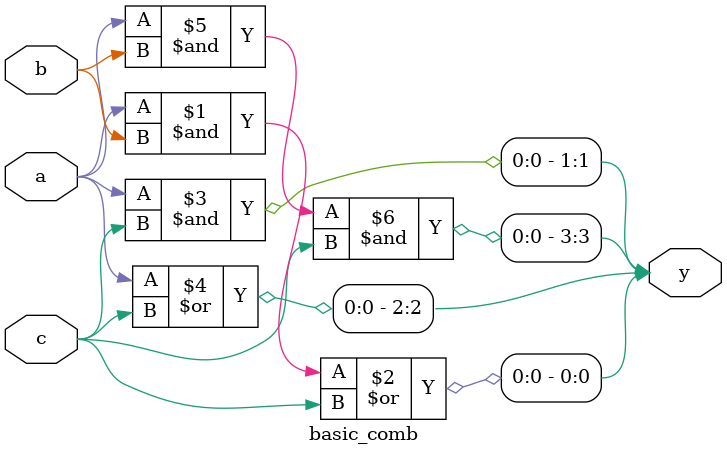
<source format=sv>
module basic_comb(
  input logic a, 
  input logic b, 
  input logic c, 
  output logic [3:0] y);

  // create combinational logic
  assign y[0] = a & b | c;
  assign y[1] = a & c;
  assign y[2] = a | c;
  assign y[3] = a & b & c;
endmodule
</source>
